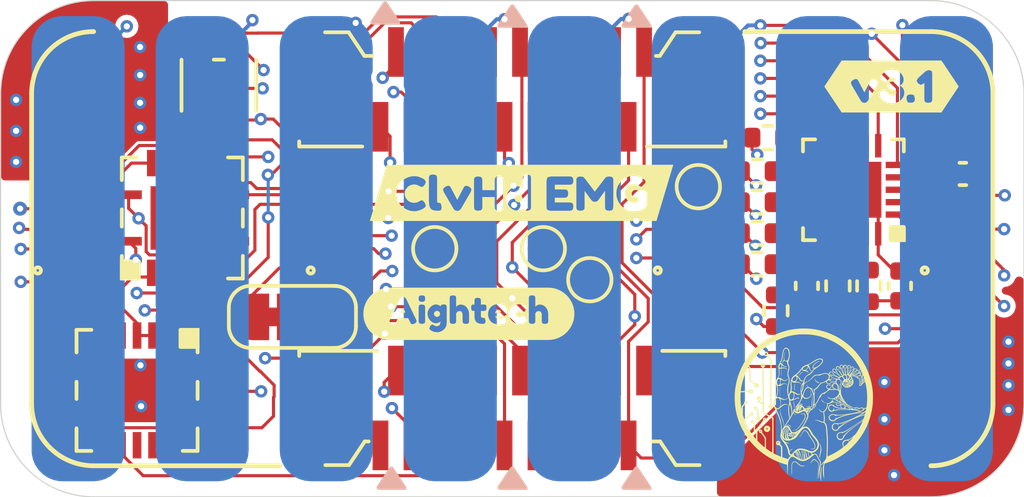
<source format=kicad_pcb>
(kicad_pcb (version 20211014) (generator pcbnew)
  (title_block (title "CleverHand - EMG") (date "2022-10-26") (rev "3.0") (company "Alexis Devillard"))
  (layers (0 "F.Cu" signal "Front") (1 "In1.Cu" signal) (2 "In2.Cu" signal) (31 "B.Cu" signal "Back") (34 "B.Paste" user) (35 "F.Paste" user) (36 "B.SilkS" user "B.Silkscreen") (37 "F.SilkS" user "F.Silkscreen") (38 "B.Mask" user) (39 "F.Mask" user) (44 "Edge.Cuts" user))
  (net 0 "")
  (net 1 "Net-(R1-Pad1)")
  (net 2 "/MCLK")
  (net 3 "Net-(R2-Pad1)")
  (net 4 "/IRQ")
  (net 5 "Net-(R3-Pad1)")
  (net 6 "Net-(R4-Pad1)")
  (net 7 "Net-(R5-Pad1)")
  (net 8 "Net-(C3-Pad1)")
  (net 9 "Net-(D2-Pad3)")
  (net 10 "Net-(R6-Pad1)")
  (net 11 "Net-(R7-Pad1)")
  (net 12 "/SCK")
  (net 13 "/SDI")
  (net 14 "/SDO")
  (net 15 "+3.3VA")
  (net 16 "GNDA")
  (net 17 "/S3")
  (net 18 "/S2")
  (net 19 "/AUX1")
  (net 20 "/AUX2")
  (net 21 "/AUX3")
  (net 29 "/CH0")
  (net 30 "Net-(D1-Pad3)")
  (net 31 "Net-(D3-Pad3)")
  (net 32 "/CH1")
  (net 33 "/CH2")
  (net 34 "/CH3")
  (net 35 "/CH4")
  (net 36 "/CH5")
  (net 37 "/CH6")
  (net 38 "/CH7")
  (net 39 "/cs_adc")
  (net 40 "GND")
  (net 41 "+3.3V")
  (net 42 "/carry1")
  (net 43 "/A2")
  (net 44 "/carry2")
  (net 45 "/A3")
  (net 46 "/S0")
  (net 47 "/A0")
  (net 48 "/S1")
  (net 49 "/carry0")
  (net 50 "/A1")
  (net 51 "Net-(R8-Pad1)")
  (net 52 "/NEO_IN")
  (net 53 "/NEO_OUT")
  (net 54 "/CH_REF")
  (net 55 "Net-(D2-Pad1)")
  (footprint "00_Custom:SN74LVC86ARGYR" (layer "F.Cu") (at 146.86 100.01 90)
    (fp_text reference "U2" hide)
    (fp_text value "SN74LVC86ARGYR" hide)
  )
  (footprint "00_Custom:neopixel_1515" (layer "F.Cu") (at 152 101 90)
    (fp_text reference "D2" hide)
    (fp_text value "1515" hide)
  )
  (footprint "Jumper:SolderJumper-3_P1.3mm_Bridged12_RoundedPad1.0x1.5mm_NumberLabels" (layer "F.Cu") (at 150.41 103.2)
    (fp_text reference "JP1" hide)
    (fp_text value "1-4_neo_bridge" hide)
  )
  (footprint "00_Custom:neopixel_1515" (layer "F.Cu") (at 143.2 101 90)
    (fp_text reference "D1" hide)
    (fp_text value "1515" hide)
  )
  (footprint "TestPoint:TestPoint_Pad_D1.0mm" (layer "F.Cu") (at 155 101)
    (fp_text reference "TP1" hide)
    (fp_text value "TestPoint_Probe")
  )
  (footprint "LOGO" (layer "F.Cu") (at 166.91 105.97)
    (fp_text reference "G***" hide)
    (fp_text value "LOGO" hide)
  )
  (footprint "Capacitor_SMD:C_0402_1005Metric" (layer "F.Cu") (at 172.03 98.59)
    (fp_text reference "C3" hide)
    (fp_text value "10uF" hide)
  )
  (footprint "Capacitor_SMD:C_0402_1005Metric" (layer "F.Cu") (at 167 102.2 90)
    (fp_text reference "C2" hide)
    (fp_text value "100nF" hide)
  )
  (footprint "Resistor_SMD:R_0402_1005Metric" (layer "F.Cu") (at 169 102.2 -90)
    (fp_text reference "R7" hide)
    (fp_text value "10R" hide)
  )
  (footprint "TestPoint:TestPoint_Pad_D1.0mm" (layer "F.Cu") (at 158.5 101)
    (fp_text reference "TP2" hide)
    (fp_text value "TestPoint_Probe")
  )
  (footprint "00_Custom:SN74LVC1G132DCKR" (layer "F.Cu") (at 148.04 95.73 90)
    (fp_text reference "U5" hide)
    (fp_text value "SN74LVC1G132DCKR" hide)
  )
  (footprint "kibuzzard-6360F8A7" (layer "F.Cu") (at 169.73 95.77)
    (fp_text reference "kibuzzard-6360F8A7" hide)
    (fp_text value "G***" hide)
  )
  (footprint "kibuzzard-6360EEA9" (layer "F.Cu") (at 156.1 103.1)
    (fp_text reference "kibuzzard-6360EEA9" hide)
    (fp_text value "G***" hide)
  )
  (footprint "kibuzzard-6360EE7B" (layer "F.Cu") (at 157.8 99.2)
    (fp_text reference "kibuzzard-6360EE7B" hide)
    (fp_text value "G***" hide)
  )
  (footprint "00_Custom:MCP3564RT-E&slash_NC" (layer "F.Cu") (at 168.5 99.1 180)
    (fp_text reference "U1" hide)
    (fp_text value "MCP3564RT-ENC" hide)
  )
  (footprint "00_Custom:XF2J-1824-12A" (layer "F.Cu") (at 161.749999 94.657 180)
    (fp_text reference "J2" hide)
    (fp_text value "COM_OUT" hide)
  )
  (footprint "Capacitor_SMD:C_0402_1005Metric" (layer "F.Cu") (at 170 102.2 -90)
    (fp_text reference "C1" hide)
    (fp_text value "100nF" hide)
  )
  (footprint "Resistor_SMD:R_0402_1005Metric" (layer "F.Cu") (at 165.4 101.5 180)
    (fp_text reference "R2" hide)
    (fp_text value "10R" hide)
  )
  (footprint "Resistor_SMD:R_0402_1005Metric" (layer "F.Cu") (at 166 103 -90)
    (fp_text reference "R1" hide)
    (fp_text value "10R" hide)
  )
  (footprint "00_Custom:SN74ALVC08RGYR" (layer "F.Cu") (at 145.400001 105.569001 -90)
    (fp_text reference "U4" hide)
    (fp_text value "SN74ALVC08RGYR" hide)
  )
  (footprint "Resistor_SMD:R_0402_1005Metric" (layer "F.Cu") (at 165.4 100.5 180)
    (fp_text reference "R3" hide)
    (fp_text value "10R" hide)
  )
  (footprint "00_Custom:neopixel_1515" (layer "F.Cu") (at 163.19 101 90)
    (fp_text reference "D3" hide)
    (fp_text value "1515" hide)
  )
  (footprint "TestPoint:TestPoint_Pad_D1.0mm" (layer "F.Cu") (at 160 102)
    (fp_text reference "TP3" hide)
    (fp_text value "TestPoint_Probe")
  )
  (footprint "TestPoint:TestPoint_Pad_D1.0mm" (layer "F.Cu") (at 163.5 99)
    (fp_text reference "TP4" hide)
    (fp_text value "TestPoint_Probe")
  )
  (footprint "Resistor_SMD:R_0402_1005Metric" (layer "F.Cu") (at 168 102.2 -90)
    (fp_text reference "R8" hide)
    (fp_text value "10R" hide)
  )
  (footprint "Resistor_SMD:R_0402_1005Metric" (layer "F.Cu") (at 165.74 97.42 180)
    (fp_text reference "R6" hide)
    (fp_text value "10R" hide)
  )
  (footprint "00_Custom:XF2J-1824-12A" (layer "F.Cu") (at 153.250001 107.343)
    (fp_text reference "J1" hide)
    (fp_text value "COM_IN" hide)
  )
  (footprint "Resistor_SMD:R_0402_1005Metric" (layer "F.Cu") (at 165.4 98.5 180)
    (fp_text reference "R5" hide)
    (fp_text value "10R" hide)
  )
  (footprint "Resistor_SMD:R_0402_1005Metric" (layer "F.Cu") (at 165.4 99.5 180)
    (fp_text reference "R4" hide)
    (fp_text value "10R" hide)
  )
  (footprint "00_Custom:neopixel_1515" (layer "F.Cu") (at 171.8 101 90)
    (fp_text reference "D4" hide)
    (fp_text value "1515" hide)
  )
  (gr_poly (pts (xy 157.5 108.1) (xy 157.1 108.7) (xy 157.9 108.7)) (layer "B.SilkS") (width 0.1524) (fill solid))
  (gr_poly (pts (xy 157.5 93.2) (xy 157.1 93.8) (xy 157.9 93.8)) (layer "B.SilkS") (width 0.1524) (fill solid))
  (gr_poly (pts (xy 161.5 93.2) (xy 161.1 93.8) (xy 161.9 93.8)) (layer "B.SilkS") (width 0.1524) (fill solid))
  (gr_poly (pts (xy 153.6 108.1) (xy 153.2 108.7) (xy 154 108.7)) (layer "B.SilkS") (width 0.1524) (fill solid))
  (gr_poly (pts (xy 161.5 108.1) (xy 161.1 108.7) (xy 161.9 108.7)) (layer "B.SilkS") (width 0.1524) (fill solid))
  (gr_poly (pts (xy 153.4 93.1) (xy 153 93.7) (xy 153.8 93.7)) (layer "B.SilkS") (width 0.1524) (fill solid))
  (gr_arc (start 144.000006 108) (mid 142.585789 107.414216) (end 142.000006 106) (layer "F.SilkS") (width 0.1524))
  (gr_line (start 150 108) (end 144.000006 108) (layer "F.SilkS") (width 0.1524))
  (gr_arc (start 171 94) (mid 172.414214 94.585786) (end 173 96) (layer "F.SilkS") (width 0.1524))
  (gr_arc (start 173 106) (mid 172.414216 107.414216) (end 171 108) (layer "F.SilkS") (width 0.1524))
  (gr_line (start 171 94) (end 165 94) (layer "F.SilkS") (width 0.1524))
  (gr_line (start 142.000006 106) (end 142 96) (layer "F.SilkS") (width 0.1524))
  (gr_arc (start 142 96) (mid 142.585784 94.585784) (end 144 94) (layer "F.SilkS") (width 0.1524))
  (gr_line (start 173 106) (end 173 96) (layer "F.SilkS") (width 0.1524))
  (gr_arc (start 144 109) (mid 141.87868 108.12132) (end 141 106) (layer "Edge.Cuts") (width 0.0381))
  (gr_line (start 174 96) (end 174 106) (layer "Edge.Cuts") (width 0.0381))
  (gr_line (start 144 93) (end 171 93) (layer "Edge.Cuts") (width 0.0381))
  (gr_arc (start 141 96) (mid 141.87868 93.87868) (end 144 93) (layer "Edge.Cuts") (width 0.0381))
  (gr_line (start 141 106) (end 141 96) (layer "Edge.Cuts") (width 0.0381))
  (gr_arc (start 174 106) (mid 173.12132 108.12132) (end 171 109) (layer "Edge.Cuts") (width 0.0381))
  (gr_arc (start 171 93) (mid 173.12132 93.87868) (end 174 96) (layer "Edge.Cuts") (width 0.0381))
  (gr_line (start 171 109) (end 144 109) (layer "Edge.Cuts") (width 0.0381))
  (segment (start 166.38 102.11) (end 166 102.49) (width 0.1) (layer "F.Cu") (net 1))
  (segment (start 167.699999 100.52) (end 167.422602 100.52) (width 0.1) (layer "F.Cu") (net 1))
  (segment (start 166.38 101.562602) (end 166.38 102.11) (width 0.1) (layer "F.Cu") (net 1))
  (segment (start 167.422602 100.52) (end 166.38 101.562602) (width 0.1) (layer "F.Cu") (net 1))
  (segment (start 165.61 103.51) (end 165.37 103.27) (width 0.1) (layer "F.Cu") (net 2))
  (segment (start 157 102.1) (end 157 100.763062) (width 0.1) (layer "F.Cu") (net 2))
  (segment (start 157.5 102.6) (end 158.75 103.85) (width 0.1) (layer "F.Cu") (net 2))
  (segment (start 158.75 103.85) (end 158.75 104.93) (width 0.1) (layer "F.Cu") (net 2))
  (segment (start 166 103.51) (end 165.61 103.51) (width 0.1) (layer "F.Cu") (net 2))
  (segment (start 157 100.763062) (end 158.75 99.013062) (width 0.1) (layer "F.Cu") (net 2))
  (segment (start 157.5 102.6) (end 157 102.1) (width 0.1) (layer "F.Cu") (net 2))
  (segment (start 158.75 99.013062) (end 158.75 94.657) (width 0.1) (layer "F.Cu") (net 2))
  (via (at 157.5 102.6) (size 0.4) (drill 0.2) (layers "F.Cu" "B.Cu") (net 2))
  (via (at 165.37 103.27) (size 0.4) (drill 0.2) (layers "F.Cu" "B.Cu") (net 2))
  (segment (start 165.91 101.5) (end 167.08 100.33) (width 0.1) (layer "F.Cu") (net 3))
  (segment (start 167.08 100.33) (end 167.08 99.900001) (width 0.1) (layer "F.Cu") (net 3))
  (segment (start 157.5 100.8) (end 159.249999 99.050001) (width 0.1) (layer "F.Cu") (net 4))
  (segment (start 159.249999 99.050001) (end 159.249999 97.07) (width 0.1) (layer "F.Cu") (net 4))
  (segment (start 165.37 101.97) (end 164.9 101.5) (width 0.1) (layer "F.Cu") (net 4))
  (segment (start 157.5 101.6) (end 159.249999 103.349999) (width 0.1) (layer "F.Cu") (net 4))
  (segment (start 159.249999 103.349999) (end 159.249999 107.343) (width 0.1) (layer "F.Cu") (net 4))
  (segment (start 157.5 101.6) (end 157.5 100.8) (width 0.1) (layer "F.Cu") (net 4))
  (segment (start 164.9 101.5) (end 164.89 101.5) (width 0.1) (layer "F.Cu") (net 4))
  (via (at 157.5 101.6) (size 0.4) (drill 0.2) (layers "F.Cu" "B.Cu") (net 4))
  (via (at 165.37 101.97) (size 0.4) (drill 0.2) (layers "F.Cu" "B.Cu") (net 4))
  (segment (start 166.510901 99.899099) (end 166.510901 99.607501) (width 0.1) (layer "F.Cu") (net 5))
  (segment (start 166.618403 99.499999) (end 167.08 99.499999) (width 0.1) (layer "F.Cu") (net 5))
  (segment (start 166.510901 99.607501) (end 166.618403 99.499999) (width 0.1) (layer "F.Cu") (net 5))
  (segment (start 165.91 100.5) (end 166.510901 99.899099) (width 0.1) (layer "F.Cu") (net 5))
  (segment (start 165.91 99.5) (end 166.23 99.5) (width 0.1) (layer "F.Cu") (net 6))
  (segment (start 166.23 99.5) (end 166.63 99.1) (width 0.1) (layer "F.Cu") (net 6))
  (segment (start 166.63 99.1) (end 167.08 99.1) (width 0.1) (layer "F.Cu") (net 6))
  (segment (start 166.370001 98.700001) (end 167.08 98.700001) (width 0.1) (layer "F.Cu") (net 7))
  (segment (start 165.91 98.5) (end 166.17 98.5) (width 0.1) (layer "F.Cu") (net 7))
  (segment (start 166.17 98.5) (end 166.370001 98.700001) (width 0.1) (layer "F.Cu") (net 7))
  (segment (start 169.92 99.499999) (end 170.640001 99.499999) (width 0.1) (layer "F.Cu") (net 8))
  (segment (start 170.640001 99.499999) (end 171.55 98.59) (width 0.1) (layer "F.Cu") (net 8))
  (segment (start 161.5 101.3) (end 162.391999 101.3) (width 0.1) (layer "F.Cu") (net 9))
  (segment (start 153.61 100.58) (end 152.678001 100.58) (width 0.1) (layer "F.Cu") (net 9))
  (segment (start 162.391999 101.3) (end 162.715 101.623001) (width 0.1) (layer "F.Cu") (net 9))
  (segment (start 152.678001 100.58) (end 152.475 100.376999) (width 0.1) (layer "F.Cu") (net 9))
  (via (at 153.61 100.58) (size 0.4) (drill 0.2) (layers "F.Cu" "B.Cu") (net 9))
  (via (at 161.5 101.3) (size 0.4) (drill 0.2) (layers "F.Cu" "B.Cu") (net 9))
  (segment (start 167.08 98.299999) (end 166.25 97.469999) (width 0.1) (layer "F.Cu") (net 10))
  (segment (start 166.25 97.469999) (end 166.25 97.42) (width 0.1) (layer "F.Cu") (net 10))
  (segment (start 168.899999 101.589999) (end 169 101.69) (width 0.1) (layer "F.Cu") (net 11))
  (segment (start 168.899999 100.52) (end 168.899999 101.589999) (width 0.1) (layer "F.Cu") (net 11))
  (segment (start 157.25 98.1) (end 157.25 97.07) (width 0.1) (layer "F.Cu") (net 12))
  (segment (start 157.250001 104.068902) (end 157.250001 107.343) (width 0.1) (layer "F.Cu") (net 12))
  (segment (start 157.39 98.24) (end 157.25 98.1) (width 0.1) (layer "F.Cu") (net 12))
  (segment (start 157.39 98.24) (end 156.1 99.53) (width 0.1) (layer "F.Cu") (net 12))
  (segment (start 165.36 98.96) (end 164.9 98.5) (width 0.1) (layer "F.Cu") (net 12))
  (segment (start 156.1 99.53) (end 156.1 102.918901) (width 0.1) (layer "F.Cu") (net 12))
  (segment (start 156.1 102.918901) (end 157.250001 104.068902) (width 0.1) (layer "F.Cu") (net 12))
  (segment (start 164.9 98.5) (end 164.89 98.5) (width 0.1) (layer "F.Cu") (net 12))
  (via (at 157.39 98.24) (size 0.4) (drill 0.2) (layers "F.Cu" "B.Cu") (net 12))
  (via (at 165.36 98.96) (size 0.4) (drill 0.2) (layers "F.Cu" "B.Cu") (net 12))
  (segment (start 157.81 94.717001) (end 157.749999 94.657) (width 0.1) (layer "F.Cu") (net 13))
  (segment (start 164.91 99.5) (end 164.89 99.5) (width 0.1) (layer "F.Cu") (net 13))
  (segment (start 157.54 98.97) (end 156.4 100.11) (width 0.1) (layer "F.Cu") (net 13))
  (segment (start 157.54 98.97) (end 157.81 98.7) (width 0.1) (layer "F.Cu") (net 13))
  (segment (start 157.75 104.262017) (end 157.75 104.93) (width 0.1) (layer "F.Cu") (net 13))
  (segment (start 157.81 98.7) (end 157.81 94.717001) (width 0.1) (layer "F.Cu") (net 13))
  (segment (start 165.35 99.94) (end 164.91 99.5) (width 0.1) (layer "F.Cu") (net 13))
  (segment (start 156.4 100.11) (end 156.4 102.912017) (width 0.1) (layer "F.Cu") (net 13))
  (segment (start 156.4 102.912017) (end 157.75 104.262017) (width 0.1) (layer "F.Cu") (net 13))
  (via (at 165.35 99.94) (size 0.4) (drill 0.2) (layers "F.Cu" "B.Cu") (net 13))
  (via (at 157.54 98.97) (size 0.4) (drill 0.2) (layers "F.Cu" "B.Cu") (net 13))
  (segment (start 157.56 99.59) (end 158.249999 98.900001) (width 0.1) (layer "F.Cu") (net 14))
  (segment (start 158.249999 97.070002) (end 158.250001 97.07) (width 0.1) (layer "F.Cu") (net 14))
  (segment (start 156.7 100.45) (end 156.7 102.573062) (width 0.1) (layer "F.Cu") (net 14))
  (segment (start 158.249999 104.109999) (end 158.249999 107.343) (width 0.1) (layer "F.Cu") (net 14))
  (segment (start 157.3435 103.2035) (end 158.249999 104.109999) (width 0.1) (layer "F.Cu") (net 14))
  (segment (start 156.7 102.573062) (end 157.330438 103.2035) (width 0.1) (layer "F.Cu") (net 14))
  (segment (start 158.249999 98.900001) (end 158.249999 97.070002) (width 0.1) (layer "F.Cu") (net 14))
  (segment (start 165.34 100.91) (end 164.93 100.5) (width 0.1) (layer "F.Cu") (net 14))
  (segment (start 164.93 100.5) (end 164.89 100.5) (width 0.1) (layer "F.Cu") (net 14))
  (segment (start 157.330438 103.2035) (end 157.3435 103.2035) (width 0.1) (layer "F.Cu") (net 14))
  (segment (start 157.56 99.59) (end 156.7 100.45) (width 0.1) (layer "F.Cu") (net 14))
  (via (at 165.34 100.91) (size 0.4) (drill 0.2) (layers "F.Cu" "B.Cu") (net 14))
  (via (at 157.56 99.59) (size 0.4) (drill 0.2) (layers "F.Cu" "B.Cu") (net 14))
  (segment (start 162.17 104.93) (end 162.5521 104.5479) (width 0.1) (layer "F.Cu") (net 15))
  (segment (start 169.03 102.68) (end 169 102.71) (width 0.1) (layer "F.Cu") (net 15))
  (segment (start 162.27 102.683062) (end 161.04 101.453062) (width 0.1) (layer "F.Cu") (net 15))
  (segment (start 170 102.68) (end 169.03 102.68) (width 0.1) (layer "F.Cu") (net 15))
  (segment (start 161.749999 104.93) (end 162.17 104.93) (width 0.1) (layer "F.Cu") (net 15))
  (segment (start 162.27 104.409999) (end 162.27 102.683062) (width 0.1) (layer "F.Cu") (net 15))
  (segment (start 162.5521 104.5479) (end 164.2479 104.5479) (width 0.1) (layer "F.Cu") (net 15))
  (segment (start 161.749999 98.850001) (end 161.749999 94.657) (width 0.1) (layer "F.Cu") (net 15))
  (segment (start 166.91 104.8) (end 169 102.71) (width 0.1) (layer "F.Cu") (net 15))
  (segment (start 161.749999 104.93) (end 162.27 104.409999) (width 0.1) (layer "F.Cu") (net 15))
  (segment (start 164.2479 104.5479) (end 164.5 104.8) (width 0.1) (layer "F.Cu") (net 15))
  (segment (start 161.04 101.453062) (end 161.04 99.56) (width 0.1) (layer "F.Cu") (net 15))
  (segment (start 164.5 104.8) (end 166.91 104.8) (width 0.1) (layer "F.Cu") (net 15))
  (segment (start 161.04 99.56) (end 161.749999 98.850001) (width 0.1) (layer "F.Cu") (net 15))
  (segment (start 160.823 99.227) (end 161.25 98.8) (width 0.1) (layer "F.Cu") (net 16))
  (segment (start 164.353358 107.7505) (end 161.6575 107.7505) (width 0.1) (layer "F.Cu") (net 16))
  (segment (start 170.92 99.92598) (end 170.92 103.05) (width 0.1) (layer "F.Cu") (net 16))
  (segment (start 161.25 98.8) (end 161.25 97.07) (width 0.1) (layer "F.Cu") (net 16))
  (segment (start 160.823 101.542946) (end 160.823 99.227) (width 0.1) (layer "F.Cu") (net 16))
  (segment (start 169.300001 101.200001) (end 169.82 101.72) (width 0.1) (layer "F.Cu") (net 16))
  (segment (start 161.8835 103.359562) (end 161.8835 102.603446) (width 0.1) (layer "F.Cu") (net 16))
  (segment (start 170 101.72) (end 170.54 102.26) (width 0.1) (layer "F.Cu") (net 16))
  (segment (start 169.82 101.72) (end 170 101.72) (width 0.1) (layer "F.Cu") (net 16))
  (segment (start 170.271572 103.1335) (end 168.970358 103.1335) (width 0.1) (layer "F.Cu") (net 16))
  (segment (start 169.300001 99.900001) (end 168.5 99.1) (width 0.1) (layer "F.Cu") (net 16))
  (segment (start 172.51 98.59) (end 171.71 99.39) (width 0.1) (layer "F.Cu") (net 16))
  (segment (start 170.54 102.26) (end 170.54 102.865072) (width 0.1) (layer "F.Cu") (net 16))
  (segment (start 161.25 103.993062) (end 161.8835 103.359562) (width 0.1) (layer "F.Cu") (net 16))
  (segment (start 169.93 104.04) (end 168.08 104.04) (width 0.1) (layer "F.Cu") (net 16))
  (segment (start 161.25 107.343) (end 161.25 103.993062) (width 0.1) (layer "F.Cu") (net 16))
  (segment (start 171.71 99.39) (end 171.45598 99.39) (width 0.1) (layer "F.Cu") (net 16))
  (segment (start 170.54 102.865072) (end 170.271572 103.1335) (width 0.1) (layer "F.Cu") (net 16))
  (segment (start 170.92 103.05) (end 169.93 104.04) (width 0.1) (layer "F.Cu") (net 16))
  (segment (start 161.6575 107.7505) (end 161.25 107.343) (width 0.1) (layer "F.Cu") (net 16))
  (segment (start 169.300001 100.52) (end 169.300001 101.200001) (width 0.1) (layer "F.Cu") (net 16))
  (segment (start 168.970358 103.1335) (end 164.353358 107.7505) (width 0.1) (layer "F.Cu") (net 16))
  (segment (start 161.8835 102.603446) (end 160.823 101.542946) (width 0.1) (layer "F.Cu") (net 16))
  (segment (start 169.300001 100.52) (end 169.300001 99.900001) (width 0.1) (layer "F.Cu") (net 16))
  (segment (start 171.45598 99.39) (end 170.92 99.92598) (width 0.1) (layer "F.Cu") (net 16))
  (segment (start 153.3831 93.7169) (end 152.65 94.45) (width 0.1) (layer "F.Cu") (net 17))
  (segment (start 154.2369 93.7169) (end 153.3831 93.7169) (width 0.1) (layer "F.Cu") (net 17))
  (segment (start 154.75 94.657) (end 154.75 94.23) (width 0.1) (layer "F.Cu") (net 17))
  (segment (start 152.65 94.45) (end 152.65 97.1835) (width 0.1) (layer "F.Cu") (net 17))
  (segment (start 152.65 97.1835) (end 150.573501 99.259999) (width 0.1) (layer "F.Cu") (net 17))
  (segment (start 150.573501 99.259999) (end 148.591 99.259999) (width 0.1) (layer "F.Cu") (net 17))
  (segment (start 154.75 94.23) (end 154.2369 93.7169) (width 0.1) (layer "F.Cu") (net 17))
  (segment (start 152.62397 94.14) (end 152.27603 94.14) (width 0.1) (layer "F.Cu") (net 18))
  (segment (start 149.29777 94.0462) (end 149.29397 94.05) (width 0.1) (layer "F.Cu") (net 18))
  (segment (start 155.249999 97.07) (end 155.249999 93.721899) (width 0.1) (layer "F.Cu") (net 18))
  (segment (start 146.71 94.49) (end 146.71 98.090999) (width 0.1) (layer "F.Cu") (net 18))
  (segment (start 152.27603 94.14) (end 152.18223 94.0462) (width 0.1) (layer "F.Cu") (net 18))
  (segment (start 152.18223 94.0462) (end 149.29777 94.0462) (width 0.1) (layer "F.Cu") (net 18))
  (segment (start 153.23707 93.5269) (end 152.62397 94.14) (width 0.1) (layer "F.Cu") (net 18))
  (segment (start 155.249999 93.721899) (end 155.055 93.5269) (width 0.1) (layer "F.Cu") (net 18))
  (segment (start 146.71 98.090999) (end 146.86 98.240999) (width 0.1) (layer "F.Cu") (net 18))
  (segment (start 148.94223 94.0462) (end 147.1538 94.0462) (width 0.1) (layer "F.Cu") (net 18))
  (segment (start 148.94603 94.05) (end 148.94223 94.0462) (width 0.1) (layer "F.Cu") (net 18))
  (segment (start 155.055 93.5269) (end 153.23707 93.5269) (width 0.1) (layer "F.Cu") (net 18))
  (segment (start 147.1538 94.0462) (end 146.71 94.49) (width 0.1) (layer "F.Cu") (net 18))
  (segment (start 149.29397 94.05) (end 148.94603 94.05) (width 0.1) (layer "F.Cu") (net 18))
  (segment (start 155 102.2) (end 155 101) (width 0.1) (layer "F.Cu") (net 19))
  (segment (start 156.6575 94.749501) (end 156.750001 94.657) (width 0.1) (layer "F.Cu") (net 19))
  (segment (start 155 101) (end 155 100.2) (width 0.1) (layer "F.Cu") (net 19))
  (segment (start 156.749999 104.93) (end 156.749999 103.949999) (width 0.1) (layer "F.Cu") (net 19))
  (segment (start 156.6575 98.5425) (end 156.6575 94.749501) (width 0.1) (layer "F.Cu") (net 19))
  (segment (start 155 100.2) (end 156.6575 98.5425) (width 0.1) (layer "F.Cu") (net 19))
  (segment (start 156.749999 103.949999) (end 155 102.2) (width 0.1) (layer "F.Cu") (net 19))
  (segment (start 158.5 101) (end 158.5 100.5) (width 0.1) (layer "F.Cu") (net 20))
  (segment (start 159.750001 104.93) (end 159.750001 103.050001) (width 0.1) (layer "F.Cu") (net 20))
  (segment (start 158.5 101.8) (end 158.5 101) (width 0.1) (layer "F.Cu") (net 20))
  (segment (start 159.750001 103.050001) (end 158.5 101.8) (width 0.1) (layer "F.Cu") (net 20))
  (segment (start 159.75 99.25) (end 159.75 94.657) (width 0.1) (layer "F.Cu") (net 20))
  (segment (start 158.5 100.5) (end 159.75 99.25) (width 0.1) (layer "F.Cu") (net 20))
  (segment (start 160 100.099998) (end 160.249999 99.849999) (width 0.1) (layer "F.Cu") (net 21))
  (segment (start 160 102) (end 160 100.099998) (width 0.1) (layer "F.Cu") (net 21))
  (segment (start 160.25 102.25) (end 160 102) (width 0.1) (layer "F.Cu") (net 21))
  (segment (start 160.249999 99.849999) (end 160.249999 97.07) (width 0.1) (layer "F.Cu") (net 21))
  (segment (start 160.25 107.343) (end 160.25 102.25) (width 0.1) (layer "F.Cu") (net 21))
  (segment (start 171 98.6) (end 170.5 99.1) (width 0.1) (layer "F.Cu") (net 29))
  (segment (start 170.5 99.1) (end 169.92 99.1) (width 0.1) (layer "F.Cu") (net 29))
  (segment (start 170.08 93.79) (end 170.08 94.28) (width 0.1) (layer "F.Cu") (net 29))
  (segment (start 171 95.2) (end 171 98.6) (width 0.1) (layer "F.Cu") (net 29))
  (segment (start 170.08 94.28) (end 171 95.2) (width 0.1) (layer "F.Cu") (net 29))
  (via (at 170.08 93.79) (size 0.4) (drill 0.2) (layers "F.Cu" "B.Cu") (net 29))
  (segment (start 170.08 93.79) (end 170.4 94.11) (width 0.127) (layer "B.Cu") (net 29))
  (segment (start 150.13 104.53) (end 150.41 104.25) (width 0.1) (layer "F.Cu") (net 30))
  (segment (start 143.041999 101.01) (end 143.675 100.376999) (width 0.1) (layer "F.Cu") (net 30))
  (segment (start 141.65 101.01) (end 143.041999 101.01) (width 0.1) (layer "F.Cu") (net 30))
  (segment (start 150.41 104.25) (end 150.41 103.2) (width 0.1) (layer "F.Cu") (net 30))
  (segment (start 149.53 104.53) (end 150.13 104.53) (width 0.1) (layer "F.Cu") (net 30))
  (via (at 141.65 101.01) (size 0.4) (drill 0.2) (layers "F.Cu" "B.Cu") (net 30))
  (via (at 149.53 104.53) (size 0.4) (drill 0.2) (layers "F.Cu" "B.Cu") (net 30))
  (segment (start 173.36 101.690202) (end 172.669798 101) (width 0.1) (layer "F.Cu") (net 31))
  (segment (start 173.36 101.86) (end 173.36 101.690202) (width 0.1) (layer "F.Cu") (net 31))
  (segment (start 163.665 100.376999) (end 163.0932 99.805199) (width 0.1) (layer "F.Cu") (net 31))
  (segment (start 172.669798 101) (end 171.948001 101) (width 0.1) (layer "F.Cu") (net 31))
  (segment (start 171.948001 101) (end 171.325 101.623001) (width 0.1) (layer "F.Cu") (net 31))
  (segment (start 161.794801 99.805199) (end 161.5 100.1) (width 0.1) (layer "F.Cu") (net 31))
  (segment (start 163.0932 99.805199) (end 161.794801 99.805199) (width 0.1) (layer "F.Cu") (net 31))
  (via (at 161.5 100.1) (size 0.4) (drill 0.2) (layers "F.Cu" "B.Cu") (net 31))
  (via (at 173.36 101.86) (size 0.4) (drill 0.2) (layers "F.Cu" "B.Cu") (net 31))
  (segment (start 170.6 95.58) (end 170.6 98.5256) (width 0.1) (layer "F.Cu") (net 32))
  (segment (start 169.09 94.07) (end 170.6 95.58) (width 0.1) (layer "F.Cu") (net 32))
  (segment (start 170.425599 98.700001) (end 169.92 98.700001) (width 0.1) (layer "F.Cu") (net 32))
  (segment (start 170.6 98.5256) (end 170.425599 98.700001) (width 0.1) (layer "F.Cu") (net 32))
  (via (at 169.09 94.07) (size 0.4) (drill 0.2) (layers "F.Cu" "B.Cu") (net 32))
  (segment (start 168.86 94.3) (end 168.7 94.3) (width 0.127) (layer "B.Cu") (net 32))
  (segment (start 169.09 94.07) (end 168.86 94.3) (width 0.127) (layer "B.Cu") (net 32))
  (segment (start 169.92 98.299999) (end 169.92 95.82) (width 0.1) (layer "F.Cu") (net 33))
  (segment (start 167.9 93.8) (end 165.5 93.8) (width 0.1) (layer "F.Cu") (net 33))
  (segment (start 169.7 95.6) (end 167.9 93.8) (width 0.1) (layer "F.Cu") (net 33))
  (segment (start 169.92 95.82) (end 169.7 95.6) (width 0.1) (layer "F.Cu") (net 33))
  (via (at 165.5 93.8) (size 0.4) (drill 0.2) (layers "F.Cu" "B.Cu") (net 33))
  (segment (start 165.1 93.8) (end 164.5 94.4) (width 0.127) (layer "B.Cu") (net 33))
  (segment (start 165.5 93.8) (end 165.1 93.8) (width 0.127) (layer "B.Cu") (net 33))
  (segment (start 167.57 94.37) (end 169.300001 96.100001) (width 0.1) (layer "F.Cu") (net 34))
  (segment (start 169.300001 96.100001) (end 169.300001 97.68) (width 0.1) (layer "F.Cu") (net 34))
  (segment (start 165.51 94.37) (end 167.57 94.37) (width 0.1) (layer "F.Cu") (net 34))
  (via (at 165.51 94.37) (size 0.4) (drill 0.2) (layers "F.Cu" "B.Cu") (net 34))
  (via (at 161.25 93.59) (size 0.4) (drill 0.2) (layers "F.Cu" "B.Cu") (net 34))
  (segment (start 161.01 93.59) (end 160.45 94.15) (width 0.127) (layer "B.Cu") (net 34))
  (segment (start 161.25 93.59) (end 161.01 93.59) (width 0.127) (layer "B.Cu") (net 34))
  (segment (start 165.5 94.94) (end 167.34 94.94) (width 0.1) (layer "F.Cu") (net 35))
  (segment (start 168.899999 96.499999) (end 168.899999 97.68) (width 0.1) (layer "F.Cu") (net 35))
  (segment (start 167.34 94.94) (end 168.899999 96.499999) (width 0.1) (layer "F.Cu") (net 35))
  (via (at 157.25 93.6) (size 0.4) (drill 0.2) (layers "F.Cu" "B.Cu") (net 35))
  (via (at 165.5 94.94) (size 0.4) (drill 0.2) (layers "F.Cu" "B.Cu") (net 35))
  (segment (start 157.25 93.6) (end 157 93.6) (width 0.127) (layer "B.Cu") (net 35))
  (segment (start 157 93.6) (end 156.4 94.2) (width 0.127) (layer "B.Cu") (net 35))
  (segment (start 165.5 95.51) (end 167.11 95.51) (width 0.1) (layer "F.Cu") (net 36))
  (segment (start 168.5 96.9) (end 168.5 97.68) (width 0.1) (layer "F.Cu") (net 36))
  (segment (start 167.11 95.51) (end 168.5 96.9) (width 0.1) (layer "F.Cu") (net 36))
  (via (at 165.5 95.51) (size 0.4) (drill 0.2) (layers "F.Cu" "B.Cu") (net 36))
  (via (at 152.45 93.72) (size 0.4) (drill 0.2) (layers "F.Cu" "B.Cu") (net 36))
  (segment (start 152.45 93.97) (end 152.39 94.03) (width 0.127) (layer "B.Cu") (net 36))
  (segment (start 152.45 93.72) (end 152.45 93.97) (width 0.127) (layer "B.Cu") (net 36))
  (segment (start 165.5 96.08) (end 166.98 96.08) (width 0.1) (layer "F.Cu") (net 37))
  (segment (start 166.98 96.08) (end 168.100001 97.200001) (width 0.1) (layer "F.Cu") (net 37))
  (segment (start 168.100001 97.200001) (end 168.100001 97.68) (width 0.1) (layer "F.Cu") (net 37))
  (via (at 149.12 93.63) (size 0.4) (drill 0.2) (layers "F.Cu" "B.Cu") (net 37))
  (via (at 165.5 96.08) (size 0.4) (drill 0.2) (layers "F.Cu" "B.Cu") (net 37))
  (segment (start 149.12 93.68) (end 148.4 94.4) (width 0.127) (layer "B.Cu") (net 37))
  (segment (start 149.12 93.63) (end 149.12 93.68) (width 0.127) (layer "B.Cu") (net 37))
  (segment (start 165.5 96.65) (end 166.85 96.65) (width 0.1) (layer "F.Cu") (net 38))
  (segment (start 167.699999 97.499999) (end 167.699999 97.68) (width 0.1) (layer "F.Cu") (net 38))
  (segment (start 166.85 96.65) (end 167.699999 97.499999) (width 0.1) (layer "F.Cu") (net 38))
  (via (at 145.07 93.83) (size 0.4) (drill 0.2) (layers "F.Cu" "B.Cu") (net 38))
  (via (at 165.5 96.65) (size 0.4) (drill 0.2) (layers "F.Cu" "B.Cu") (net 38))
  (segment (start 145.07 93.83) (end 144.6 94.3) (width 0.127) (layer "B.Cu") (net 38))
  (segment (start 165.08 97.42) (end 165.23 97.42) (width 0.1) (layer "F.Cu") (net 39))
  (segment (start 163.5 99) (end 165.08 97.42) (width 0.1) (layer "F.Cu") (net 39))
  (segment (start 165.23 97.42) (end 165.23 97.8) (width 0.1) (layer "F.Cu") (net 39))
  (segment (start 149.48 95.24) (end 148.848849 94.608849) (width 0.1) (layer "F.Cu") (net 39))
  (segment (start 165.23 97.8) (end 165.4 97.97) (width 0.1) (layer "F.Cu") (net 39))
  (segment (start 148.848849 94.608849) (end 148.689999 94.608849) (width 0.1) (layer "F.Cu") (net 39))
  (via (at 165.4 97.97) (size 0.4) (drill 0.2) (layers "F.Cu" "B.Cu") (net 39))
  (via (at 149.48 95.24) (size 0.4) (drill 0.2) (layers "F.Cu" "B.Cu") (net 39))
  (segment (start 167.52 101.2) (end 167 101.72) (width 0.1) (layer "F.Cu") (net 40))
  (segment (start 145.400001 104.869999) (end 145.400001 105.569001) (width 0.1) (layer "F.Cu") (net 40))
  (segment (start 166.51 102.28) (end 166.51 102.74) (width 0.1) (layer "F.Cu") (net 40))
  (segment (start 168.100001 101.025599) (end 167.9256 101.2) (width 0.1) (layer "F.Cu") (net 40))
  (segment (start 167.9256 101.2) (end 167.52 101.2) (width 0.1) (layer "F.Cu") (net 40))
  (segment (start 153.5 100.01) (end 153.295199 99.805199) (width 0.1) (layer "F.Cu") (net 40))
  (segment (start 141.644999 100.376999) (end 142.725 100.376999) (width 0.1) (layer "F.Cu") (net 40))
  (segment (start 161.5 100.7) (end 161.823001 100.376999) (width 0.1) (layer "F.Cu") (net 40))
  (segment (start 145.51 104.76) (end 145.400001 104.869999) (width 0.1) (layer "F.Cu") (net 40))
  (segment (start 173.38 99.28) (end 172.421999 99.28) (width 0.1) (layer "F.Cu") (net 40))
  (segment (start 147.849501 98.87) (end 146.7 100.019501) (width 0.1) (layer "F.Cu") (net 40))
  (segment (start 166.35 102.9) (end 165.581091 102.9) (width 0.1) (layer "F.Cu") (net 40))
  (segment (start 163.348001 101.01) (end 162.715 100.376999) (width 0.1) (layer "F.Cu") (net 40))
  (segment (start 153.295199 99.805199) (end 152.0968 99.805199) (width 0.1) (layer "F.Cu") (net 40))
  (segment (start 143.669001 104.819) (end 144.65 104.819) (width 0.1) (layer "F.Cu") (net 40))
  (segment (start 164.017799 101.01) (end 163.348001 101.01) (width 0.1) (layer "F.Cu") (net 40))
  (segment (start 161.823001 100.376999) (end 162.715 100.376999) (width 0.1) (layer "F.Cu") (net 40))
  (segment (start 149.26 99.06) (end 149.07 98.87) (width 0.1) (layer "F.Cu") (net 40))
  (segment (start 149.39 96.82) (end 149.79 96.82) (width 0.1) (layer "F.Cu") (net 40))
  (segment (start 150.34 97.37) (end 150.34 98.74) (width 0.1) (layer "F.Cu") (net 40))
  (segment (start 149.79 96.82) (end 150.34 97.37) (width 0.1) (layer "F.Cu") (net 40))
  (segment (start 165.581091 102.9) (end 164.21 101.528909) (width 0.1) (layer "F.Cu") (net 40))
  (segment (start 164.21 101.528909) (end 164.21 101.202201) (width 0.1) (layer "F.Cu") (net 40))
  (segment (start 167 101.79) (end 166.51 102.28) (width 0.1) (layer "F.Cu") (net 40))
  (segment (start 145.53 106.08) (end 145.400001 105.950001) (width 0.1) (layer "F.Cu") (net 40))
  (segment (start 147.4405 100.760001) (end 148.591 100.760001) (width 0.1) (layer "F.Cu") (net 40))
  (segment (start 149.358849 96.851151) (end 149.39 96.82) (width 0.1) (layer "F.Cu") (net 40))
  (segment (start 164.21 101.202201) (end 164.017799 101.01) (width 0.1) (layer "F.Cu") (net 40))
  (segment (start 150.02 99.06) (end 149.26 99.06) (width 0.1) (layer "F.Cu") (net 40))
  (segment (start 144.65 104.819) (end 145.400001 105.569001) (width 0.1) (layer "F.Cu") (net 40))
  (segment (start 145.400001 105.950001) (end 145.400001 105.569001) (width 0.1) (layer "F.Cu") (net 40))
  (segment (start 150.34 98.74) (end 150.02 99.06) (width 0.1) (layer "F.Cu") (net 40))
  (segment (start 149.07 98.87) (end 147.849501 98.87) (width 0.1) (layer "F.Cu") (net 40))
  (segment (start 153.37 105.31) (end 153.75 104.93) (width 0.1) (layer "F.Cu") (net 40))
  (segment (start 152.0968 99.805199) (end 151.525 100.376999) (width 0.1) (layer "F.Cu") (net 40))
  (segment (start 148.689999 96.851151) (end 149.358849 96.851151) (width 0.1) (layer "F.Cu") (net 40))
  (segment (start 153.32 95.49) (end 153.75 95.06) (width 0.1) (layer "F.Cu") (net 40))
  (segment (start 141.598 100.33) (end 141.644999 100.376999) (width 0.1) (layer "F.Cu") (net 40))
  (segment (start 153.37 105.61) (end 153.37 105.31) (width 0.1) (layer "F.Cu") (net 40))
  (segment (start 153.75 95.06) (end 153.75 94.657) (width 0.1) (layer "F.Cu") (net 40))
  (segment (start 166.51 102.74) (end 166.35 102.9) (width 0.1) (layer "F.Cu") (net 40))
  (segment (start 168.100001 100.52) (end 168.100001 101.025599) (width 0.1) (layer "F.Cu") (net 40))
  (segment (start 167 101.72) (end 167 101.79) (width 0.1) (layer "F.Cu") (net 40))
  (segment (start 172.421999 99.28) (end 171.325 100.376999) (width 0.1) (layer "F.Cu") (net 40))
  (segment (start 146.7 100.019501) (end 147.4405 100.760001) (width 0.1) (layer "F.Cu") (net 40))
  (via (at 141.5 96.2) (size 0.4) (drill 0.2) (layers "F.Cu" "B.Cu") (net 40))
  (via (at 153.5 100.01) (size 0.4) (drill 0.2) (layers "F.Cu" "B.Cu") (net 40))
  (via (at 145.5 97.1) (size 0.4) (drill 0.2) (layers "F.Cu" "B.Cu") (net 40))
  (via (at 169.5 105.3) (size 0.4) (drill 0.2) (layers "F.Cu" "B.Cu") (net 40))
  (via (at 145.497692 94.498196) (size 0.4) (drill 0.2) (layers "F.Cu" "B.Cu") (net 40))
  (via (at 169.5 106.5) (size 0.4) (drill 0.2) (layers "F.Cu" "B.Cu") (net 40))
  (via (at 141.598 100.33) (size 0.4) (drill 0.2) (layers "F.Cu" "B.Cu") (net 40))
  (via (at 153.37 105.61) (size 0.4) (drill 0.2) (layers "F.Cu" "B.Cu") (net 40))
  (via (at 141.5 98.2) (size 0.4) (drill 0.2) (layers "F.Cu" "B.Cu") (net 40))
  (via (at 169.81 108.3) (size 0.4) (drill 0.2) (layers "F.Cu" "B.Cu") (net 40))
  (via (at 161.5 100.7) (size 0.4) (drill 0.2) (layers "F.Cu" "B.Cu") (net 40))
  (via (at 141.5 97.2) (size 0.4) (drill 0.2) (layers "F.Cu" "B.Cu") (net 40))
  (via (at 169.5 107.5) (size 0.4) (drill 0.2) (layers "F.Cu" "B.Cu") (net 40))
  (via (at 149.39 96.82) (size 0.4) (drill 0.2) (layers "F.Cu" "B.Cu") (net 40))
  (via (at 173.5 104) (size 0.4) (drill 0.2) (layers "F.Cu" "B.Cu") (net 40))
  (via (at 173.5 106.2) (size 0.4) (drill 0.2) (layers "F.Cu" "B.Cu") (net 40))
  (via (at 145.51 104.76) (size 0.4) (drill 0.2) (layers "F.Cu" "B.Cu") (net 40))
  (via (at 145.5 95.4) (size 0.4) (drill 0.2) (layers "F.Cu" "B.Cu") (net 40))
  (via (at 173.38 99.28) (size 0.4) (drill 0.2) (layers "F.Cu" "B.Cu") (net 40))
  (via (at 145.497692 96.296532) (size 0.4) (drill 0.2) (layers "F.Cu" "B.Cu") (net 40))
  (via (at 145.53 106.08) (size 0.4) (drill 0.2) (layers "F.Cu" "B.Cu") (net 40))
  (via (at 173.5 104.7) (size 0.4) (drill 0.2) (layers "F.Cu" "B.Cu") (net 40))
  (via (at 153.32 95.49) (size 0.4) (drill 0.2) (layers "F.Cu" "B.Cu") (net 40))
  (via (at 173.5 105.4) (size 0.4) (drill 0.2) (layers "F.Cu" "B.Cu") (net 40))
  (segment (start 153.39 103.74) (end 152.83 104.3) (width 0.1) (layer "F.Cu") (net 41))
  (segment (start 145.8 101.2) (end 147.125895 101.2) (width 0.1) (layer "F.Cu") (net 41))
  (segment (start 152.83 104.3) (end 152.83 106.922999) (width 0.1) (layer "F.Cu") (net 41))
  (segment (start 145.693942 101.093942) (end 145.8 101.2) (width 0.1) (layer "F.Cu") (net 41))
  (segment (start 153.39 103.74) (end 152.475 102.825) (width 0.1) (layer "F.Cu") (net 41))
  (segment (start 144.12 101.178001) (end 143.675 101.623001) (width 0.1) (layer "F.Cu") (net 41))
  (segment (start 148.611152 95.83) (end 149.45 95.83) (width 0.1) (layer "F.Cu") (net 41))
  (segment (start 147.131001 104.819) (end 147.131001 106.319002) (width 0.1) (layer "F.Cu") (net 41))
  (segment (start 141.63 99.71) (end 143.91 99.71) (width 0.1) (layer "F.Cu") (net 41))
  (segment (start 144.12 99.92) (end 144.12 101.178001) (width 0.1) (layer "F.Cu") (net 41))
  (segment (start 152.475 102.825) (end 152.475 101.623001) (width 0.1) (layer "F.Cu") (net 41))
  (segment (start 145.129 99.699) (end 145.129 99.259999) (width 0.1) (layer "F.Cu") (net 41))
  (segment (start 145.45 100.02) (end 145.129 99.699) (width 0.1) (layer "F.Cu") (net 41))
  (segment (start 153.250001 97.07) (end 153.56 97.379999) (width 0.1) (layer "F.Cu") (net 41))
  (segment (start 145.45 100.02) (end 145.693942 100.263942) (width 0.1) (layer "F.Cu") (net 41))
  (segment (start 147.912001 105.6) (end 147.131001 104.819) (width 0.1) (layer "F.Cu") (net 41))
  (segment (start 165.56 104.35) (end 163.665 102.455) (width 0.1) (layer "F.Cu") (net 41))
  (segment (start 153.56 97.379999) (end 153.56 98.22) (width 0.1) (layer "F.Cu") (net 41))
  (segment (start 168 102.71) (end 167.03 102.71) (width 0.1) (layer "F.Cu") (net 41))
  (segment (start 166.36 104.35) (end 168 102.71) (width 0.1) (layer "F.Cu") (net 41))
  (segment (start 147.359999 104.127998) (end 146.899999 104.587998) (width 0.1) (layer "F.Cu") (net 41))
  (segment (start 172.275 101.765) (end 172.275 101.623001) (width 0.1) (layer "F.Cu") (net 41))
  (segment (start 173.36 102.85) (end 172.275 101.765) (width 0.1) (layer "F.Cu") (net 41))
  (segment (start 167.03 102.71) (end 167 102.68) (width 0.1) (layer "F.Cu") (net 41))
  (segment (start 147.390001 94.608849) (end 148.611152 95.83) (width 0.1) (layer "F.Cu") (net 41))
  (segment (start 143.91 99.71) (end 144.12 99.92) (width 0.1) (layer "F.Cu") (net 41))
  (segment (start 163.665 102.455) (end 163.665 101.623001) (width 0.1) (layer "F.Cu") (net 41))
  (segment (start 165.56 104.35) (end 166.36 104.35) (width 0.1) (layer "F.Cu") (net 41))
  (segment (start 149.4 105.6) (end 147.912001 105.6) (width 0.1) (layer "F.Cu") (net 41))
  (segment (start 145.693942 100.263942) (end 145.693942 101.093942) (width 0.1) (layer "F.Cu") (net 41))
  (segment (start 152.83 106.922999) (end 153.250001 107.343) (width 0.1) (layer "F.Cu") (net 41))
  (segment (start 147.359999 101.434104) (end 147.359999 104.127998) (width 0.1) (layer "F.Cu") (net 41))
  (segment (start 146.9 104.587999) (end 147.131001 104.819) (width 0.1) (layer "F.Cu") (net 41))
  (segment (start 147.125895 101.2) (end 147.359999 101.434104) (width 0.1) (layer "F.Cu") (net 41))
  (via (at 149.4 105.6) (size 0.4) (drill 0.2) (layers "F.Cu" "B.Cu") (net 41))
  (via (at 153.56 98.22) (size 0.4) (drill 0.2) (layers "F.Cu" "B.Cu") (net 41))
  (via (at 149.45 95.83) (size 0.4) (drill 0.2) (layers "F.Cu" "B.Cu") (net 41))
  (via (at 173.36 102.85) (size 0.4) (drill 0.2) (layers "F.Cu" "B.Cu") (net 41))
  (via (at 165.56 104.35) (size 0.4) (drill 0.2) (layers "F.Cu" "B.Cu") (net 41))
  (via (at 145.45 100.02) (size 0.4) (drill 0.2) (layers "F.Cu" "B.Cu") (net 41))
  (via (at 141.63 99.71) (size 0.45) (drill 0.2) (layers "F.Cu" "B.Cu") (net 41))
  (via (at 153.39 103.74) (size 0.4) (drill 0.2) (layers "F.Cu" "B.Cu") (net 41))
  (segment (start 144.399999 103.299999) (end 144 102.9) (width 0.1) (layer "F.Cu") (net 42))
  (segment (start 144.5 102.3) (end 144 102.8) (width 0.1) (layer "F.Cu") (net 42))
  (segment (start 143 106.969) (end 143 103.8) (width 0.1) (layer "F.Cu") (net 42))
  (segment (start 144 102.9) (end 144 102.8) (width 0.1) (layer "F.Cu") (net 42))
  (segment (start 144.4 107.338002) (end 143.369002 107.338002) (width 0.1) (layer "F.Cu") (net 42))
  (segment (start 143.369002 107.338002) (end 143 106.969) (width 0.1) (layer "F.Cu") (net 42))
  (segment (start 144.399999 103.799999) (end 144.399999 103.299999) (width 0.1) (layer "F.Cu") (net 42))
  (segment (start 145.859999 98.240999) (end 145.219001 98.240999) (width 0.1) (layer "F.Cu") (net 42))
  (segment (start 144.5 98.96) (end 144.5 102.3) (width 0.1) (layer "F.Cu") (net 42))
  (segment (start 143 103.8) (end 144 102.8) (width 0.1) (layer "F.Cu") (net 42))
  (segment (start 145.219001 98.240999) (end 144.5 98.96) (width 0.1) (layer "F.Cu") (net 42))
  (segment (start 145.597012 108.32) (end 155.07 108.32) (width 0.1) (layer "F.Cu") (net 43))
  (segment (start 144.31 101.98) (end 144.31 98.83) (width 0.1) (layer "F.Cu") (net 43))
  (segment (start 144.900002 107.62299) (end 145.597012 108.32) (width 0.1) (layer "F.Cu") (net 43))
  (segment (start 155.07 108.32) (end 155.25 108.14) (width 0.1) (layer "F.Cu") (net 43))
  (segment (start 144.730454 107.50755) (end 144.730454 107.953444) (width 0.1) (layer "F.Cu") (net 43))
  (segment (start 142.783 103.507) (end 144.31 101.98) (width 0.1) (layer "F.Cu") (net 43))
  (segment (start 146.360001 97.896105) (end 146.360001 98.240999) (width 0.1) (layer "F.Cu") (net 43))
  (segment (start 155.25 108.14) (end 155.25 107.343) (width 0.1) (layer "F.Cu") (net 43))
  (segment (start 145.467942 97.672058) (end 146.135954 97.672058) (width 0.1) (layer "F.Cu") (net 43))
  (segment (start 146.135954 97.672058) (end 146.360001 97.896105) (width 0.1) (layer "F.Cu") (net 43))
  (segment (start 144.683898 108) (end 143.6 108) (width 0.1) (layer "F.Cu") (net 43))
  (segment (start 142.783 107.183) (end 142.783 103.507) (width 0.1) (layer "F.Cu") (net 43))
  (segment (start 143.6 108) (end 142.783 107.183) (width 0.1) (layer "F.Cu") (net 43))
  (segment (start 144.900002 107.338002) (end 144.900002 107.62299) (width 0.1) (layer "F.Cu") (net 43))
  (segment (start 144.900002 107.338002) (end 144.730454 107.50755) (width 0.1) (layer "F.Cu") (net 43))
  (segment (start 144.730454 107.953444) (end 144.683898 108) (width 0.1) (layer "F.Cu") (net 43))
  (segment (start 144.31 98.83) (end 145.467942 97.672058) (width 0.1) (layer "F.Cu") (net 43))
  (segment (start 147 97.536103) (end 147.359999 97.896102) (width 0.1) (layer "F.Cu") (net 44))
  (segment (start 149.82 105.4) (end 149.82 105.77397) (width 0.1) (layer "F.Cu") (net 44))
  (segment (start 149.63 99.99) (end 149.63 101.28) (width 0.1) (layer "F.Cu") (net 44))
  (segment (start 150.09 98.26) (end 150.09 97.82) (width 0.1) (layer "F.Cu") (net 44))
  (segment (start 150.09 97.82) (end 149.76 97.49) (width 0.1) (layer "F.Cu") (net 44))
  (segment (start 149.8 105.79397) (end 149.8 106.4) (width 0.1) (layer "F.Cu") (net 44))
  (segment (start 148.04 96.545101) (end 147.704899 96.21) (width 0.1) (layer "F.Cu") (net 44))
  (segment (start 148.37 102.54) (end 148.37 103.96397) (width 0.1) (layer "F.Cu") (net 44))
  (segment (start 148.37 103.96397) (end 149.35603 104.95) (width 0.1) (layer "F.Cu") (net 44))
  (segment (start 149.37 104.95) (end 149.82 105.4) (width 0.1) (layer "F.Cu") (net 44))
  (segment (start 147.359999 97.896102) (end 147.359999 98.240999) (width 0.1) (layer "F.Cu") (net 44))
  (segment (start 147 96.37) (end 147 97.536103) (width 0.1) (layer "F.Cu") (net 44))
  (segment (start 147.16 96.21) (end 147 96.37) (width 0.1) (layer "F.Cu") (net 44))
  (segment (start 148.04 96.991151) (end 148.04 96.545101) (width 0.1) (layer "F.Cu") (net 44))
  (segment (start 149.42694 106.77306) (end 144.123059 106.77306) (width 0.1) (layer "F.Cu") (net 44))
  (segment (start 144.123059 106.77306) (end 143.669001 106.319002) (width 0.1) (layer "F.Cu") (net 44))
  (segment (start 149.62 98.62) (end 149.73 98.62) (width 0.1) (layer "F.Cu") (net 44))
  (segment (start 147.704899 96.21) (end 147.16 96.21) (width 0.1) (layer "F.Cu") (net 44))
  (segment (start 148.04 97.19) (end 148.04 96.851151) (width 0.1) (layer "F.Cu") (net 44))
  (segment (start 149.73 98.62) (end 150.09 98.26) (width 0.1) (layer "F.Cu") (net 44))
  (segment (start 149.82 105.77397) (end 149.8 105.79397) (width 0.1) (layer "F.Cu") (net 44))
  (segment (start 149.76 97.49) (end 148.34 97.49) (width 0.1) (layer "F.Cu") (net 44))
  (segment (start 149.8 106.4) (end 149.42694 106.77306) (width 0.1) (layer "F.Cu") (net 44))
  (segment (start 149.63 101.28) (end 148.37 102.54) (width 0.1) (layer "F.Cu") (net 44))
  (segment (start 149.35603 104.95) (end 149.37 104.95) (width 0.1) (layer "F.Cu") (net 44))
  (segment (start 148.34 97.49) (end 148.04 97.19) (width 0.1) (layer "F.Cu") (net 44))
  (via (at 149.63 99.99) (size 0.4) (drill 0.2) (layers "F.Cu" "B.Cu") (net 44))
  (via (at 149.62 98.62) (size 0.4) (drill 0.2) (layers "F.Cu" "B.Cu") (net 44))
  (segment (start 149.63 98.63) (end 149.63 99.99) (width 0.1) (layer "B.Cu") (net 44))
  (segment (start 149.62 98.62) (end 149.63 98.63) (width 0.1) (layer "B.Cu") (net 44))
  (segment (start 153.63 101.72) (end 153.25 101.72) (width 0.1) (layer "F.Cu") (net 45))
  (segment (start 153.21 101.76) (end 153.20603 101.76) (width 0.1) (layer "F.Cu") (net 45))
  (segment (start 152.96 103) (end 153.28 103.32) (width 0.1) (layer "F.Cu") (net 45))
  (segment (start 153.20603 101.76) (end 152.96 102.00603) (width 0.1) (layer "F.Cu") (net 45))
  (segment (start 147.390001 97.390001) (end 147.390001 96.991151) (width 0.1) (layer "F.Cu") (net 45))
  (segment (start 149.63 98.04) (end 148.061 98.04) (width 0.1) (layer "F.Cu") (net 45))
  (segment (start 147.860001 97.860001) (end 147.390001 97.390001) (width 0.1) (layer "F.Cu") (net 45))
  (segment (start 154 103.32) (end 154.750001 104.070001) (width 0.1) (layer "F.Cu") (net 45))
  (segment (start 148.061 98.04) (end 147.860001 98.240999) (width 0.1) (layer "F.Cu") (net 45))
  (segment (start 147.860001 98.240999) (end 147.860001 97.860001) (width 0.1) (layer "F.Cu") (net 45))
  (segment (start 152.96 102.00603) (end 152.96 103) (width 0.1) (layer "F.Cu") (net 45))
  (segment (start 153.28 103.32) (end 154 103.32) (width 0.1) (layer "F.Cu") (net 45))
  (segment (start 154.750001 104.070001) (end 154.750001 104.93) (width 0.1) (layer "F.Cu") (net 45))
  (segment (start 153.25 101.72) (end 153.21 101.76) (width 0.1) (layer "F.Cu") (net 45))
  (via (at 153.63 101.72) (size 0.4) (drill 0.2) (layers "F.Cu" "B.Cu") (net 45))
  (via (at 149.63 98.04) (size 0.4) (drill 0.2) (layers "F.Cu" "B.Cu") (net 45))
  (segment (start 149.2 99.73603) (end 149.36603 99.57) (width 0.1) (layer "F.Cu") (net 46))
  (segment (start 154.95 99.57) (end 156.25 98.27) (width 0.1) (layer "F.Cu") (net 46))
  (segment (start 149.36603 99.57) (end 154.95 99.57) (width 0.1) (layer "F.Cu") (net 46))
  (segment (start 156.25 98.27) (end 156.25 97.07) (width 0.1) (layer "F.Cu") (net 46))
  (segment (start 149.2 101.05) (end 149.2 99.73603) (width 0.1) (layer "F.Cu") (net 46))
  (segment (start 147.860001 101.779001) (end 148.470999 101.779001) (width 0.1) (layer "F.Cu") (net 46))
  (segment (start 148.470999 101.779001) (end 149.2 101.05) (width 0.1) (layer "F.Cu") (net 46))
  (segment (start 156.25 104.095899) (end 156.25 107.343) (width 0.1) (layer "F.Cu") (net 47))
  (segment (start 145.66 102.98) (end 146.4 102.98) (width 0.1) (layer "F.Cu") (net 47))
  (segment (start 146.4 103.799998) (end 146.400002 103.8) (width 0.1) (layer "F.Cu") (net 47))
  (segment (start 146.86 102.52) (end 146.4 102.98) (width 0.1) (layer "F.Cu") (net 47))
  (segment (start 145.65 102.99) (end 145.66 102.98) (width 0.1) (layer "F.Cu") (net 47))
  (segment (start 146.86 101.779001) (end 146.86 102.52) (width 0.1) (layer "F.Cu") (net 47))
  (segment (start 154.454101 102.3) (end 156.25 104.095899) (width 0.1) (layer "F.Cu") (net 47))
  (segment (start 146.4 102.98) (end 146.4 103.799998) (width 0.1) (layer "F.Cu") (net 47))
  (segment (start 153.43 102.3) (end 154.454101 102.3) (width 0.1) (layer "F.Cu") (net 47))
  (via (at 153.43 102.3) (size 0.4) (drill 0.2) (layers "F.Cu" "B.Cu") (net 47))
  (via (at 145.65 102.99) (size 0.4) (drill 0.2) (layers "F.Cu" "B.Cu") (net 47))
  (segment (start 153.51 99.15) (end 154.75 99.15) (width 0.1) (layer "F.Cu") (net 48))
  (segment (start 146.053896 102.43) (end 146.360001 102.123895) (width 0.1) (layer "F.Cu") (net 48))
  (segment (start 154.75 99.15) (end 155.750001 98.149999) (width 0.1) (layer "F.Cu") (net 48))
  (segment (start 155.750001 98.149999) (end 155.750001 94.657) (width 0.1) (layer "F.Cu") (net 48))
  (segment (start 145.39 102.43) (end 146.053896 102.43) (width 0.1) (layer "F.Cu") (net 48))
  (segment (start 146.360001 102.123895) (end 146.360001 101.779001) (width 0.1) (layer "F.Cu") (net 48))
  (via (at 153.51 99.15) (size 0.4) (drill 0.2) (layers "F.Cu" "B.Cu") (net 48))
  (via (at 145.39 102.43) (size 0.4) (drill 0.2) (layers "F.Cu" "B.Cu") (net 48))
  (segment (start 144.95 102.22) (end 145.2565 101.9135) (width 0.1) (layer "F.Cu") (net 49))
  (segment (start 145.400001 103.8) (end 145.400001 103.403063) (width 0.1) (layer "F.Cu") (net 49))
  (segment (start 145.7255 101.9135) (end 145.859999 101.779001) (width 0.1) (layer "F.Cu") (net 49))
  (segment (start 145.400001 103.403063) (end 144.95 102.953062) (width 0.1) (layer "F.Cu") (net 49))
  (segment (start 145.2565 101.9135) (end 145.7255 101.9135) (width 0.1) (layer "F.Cu") (net 49))
  (segment (start 145.9 103.8) (end 145.400001 103.8) (width 0.1) (layer "F.Cu") (net 49))
  (segment (start 144.95 102.953062) (end 144.95 102.22) (width 0.1) (layer "F.Cu") (net 49))
  (segment (start 144.829999 100.760001) (end 144.76 100.83) (width 0.1) (layer "F.Cu") (net 50))
  (segment (start 145.129 100.760001) (end 144.829999 100.760001) (width 0.1) (layer "F.Cu") (net 50))
  (segment (start 153.59 102.87) (end 154.236101 102.87) (width 0.1) (layer "F.Cu") (net 50))
  (segment (start 145.36 101.36) (end 145.36 100.991001) (width 0.1) (layer "F.Cu") (net 50))
  (segment (start 155.750001 104.3839) (end 155.750001 104.93) (width 0.1) (layer "F.Cu") (net 50))
  (segment (start 144.76 103.659998) (end 144.900002 103.8) (width 0.1) (layer "F.Cu") (net 50))
  (segment (start 145.36 100.991001) (end 145.129 100.760001) (width 0.1) (layer "F.Cu") (net 50))
  (segment (start 144.76 100.83) (end 144.76 103.659998) (width 0.1) (layer "F.Cu") (net 50))
  (segment (start 154.236101 102.87) (end 155.750001 104.3839) (width 0.1) (layer "F.Cu") (net 50))
  (via (at 153.59 102.87) (size 0.4) (drill 0.2) (layers "F.Cu" "B.Cu") (net 50))
  (via (at 145.36 101.36) (size 0.4) (drill 0.2) (layers "F.Cu" "B.Cu") (net 50))
  (segment (start 168.5 100.52) (end 168.5 101.19) (width 0.1) (layer "F.Cu") (net 51))
  (segment (start 168.5 101.19) (end 168 101.69) (width 0.1) (layer "F.Cu") (net 51))
  (segment (start 153.62 106.14) (end 154.249999 106.769999) (width 0.1) (layer "F.Cu") (net 52))
  (segment (start 142.278001 102.07) (end 142.725 101.623001) (width 0.1) (layer "F.Cu") (net 52))
  (segment (start 154.249999 106.769999) (end 154.249999 107.343) (width 0.1) (layer "F.Cu") (net 52))
  (segment (start 141.65 102.07) (end 142.278001 102.07) (width 0.1) (layer "F.Cu") (net 52))
  (via (at 153.62 106.14) (size 0.4) (drill 0.2) (layers "F.Cu" "B.Cu") (net 52))
  (via (at 141.65 102.07) (size 0.4) (drill 0.2) (layers "F.Cu" "B.Cu") (net 52))
  (segment (start 173.36 100.37) (end 172.281999 100.37) (width 0.1) (layer "F.Cu") (net 53))
  (segment (start 153.67 95.95) (end 153.92 95.95) (width 0.1) (layer "F.Cu") (net 53))
  (segment (start 152.14 101) (end 152.02 101.12) (width 0.1) (layer "F.Cu") (net 53))
  (segment (start 153.41 101.16) (end 153.19 101.16) (width 0.1) (layer "F.Cu") (net 53))
  (segment (start 153.03 101) (end 152.14 101) (width 0.1) (layer "F.Cu") (net 53))
  (segment (start 154.250001 96.280001) (end 154.250001 97.07) (width 0.1) (layer "F.Cu") (net 53))
  (segment (start 172.275 100.376999) (end 172.375 100.376999) (width 0.1) (layer "F.Cu") (net 53))
  (segment (start 152.02 101.12) (end 152.02 102.89) (width 0.1) (layer "F.Cu") (net 53))
  (segment (start 153.92 95.95) (end 154.250001 96.280001) (width 0.1) (layer "F.Cu") (net 53))
  (segment (start 153.19 101.16) (end 153.03 101) (width 0.1) (layer "F.Cu") (net 53))
  (segment (start 172.281999 100.37) (end 172.275 100.376999) (width 0.1) (layer "F.Cu") (net 53))
  (segment (start 152.02 102.89) (end 151.71 103.2) (width 0.1) (layer "F.Cu") (net 53))
  (via (at 153.67 95.95) (size 0.4) (drill 0.2) (layers "F.Cu" "B.Cu") (net 53))
  (via (at 153.41 101.16) (size 0.4) (drill 0.2) (layers "F.Cu" "B.Cu") (net 53))
  (via (at 173.36 100.37) (size 0.4) (drill 0.2) (layers "F.Cu" "B.Cu") (net 53))
  (segment (start 160.606 98.787116) (end 160.606 101.63283) (width 0.1) (layer "F.Cu") (net 54))
  (segment (start 160.749999 104.93) (end 160.749999 104.150001) (width 0.1) (layer "F.Cu") (net 54))
  (segment (start 160.749999 98.643117) (end 160.606 98.787116) (width 0.1) (layer "F.Cu") (net 54))
  (segment (start 160.606 101.63283) (end 161.45 102.47683) (width 0.1) (layer "F.Cu") (net 54))
  (segment (start 161.45 102.47683) (end 161.45 103.18) (width 0.1) (layer "F.Cu") (net 54))
  (segment (start 161.45 103.45) (end 161.45 103.18) (width 0.1) (layer "F.Cu") (net 54))
  (segment (start 169.52 103.58) (end 170.112864 103.58) (width 0.1) (layer "F.Cu") (net 54))
  (segment (start 160.749999 94.657002) (end 160.749999 98.643117) (width 0.1) (layer "F.Cu") (net 54))
  (segment (start 160.749999 104.150001) (end 161.45 103.45) (width 0.1) (layer "F.Cu") (net 54))
  (segment (start 170.73 102.962864) (end 170.73 100.710001) (width 0.1) (layer "F.Cu") (net 54))
  (segment (start 170.73 100.710001) (end 169.92 99.900001) (width 0.1) (layer "F.Cu") (net 54))
  (segment (start 160.750001 94.657) (end 160.749999 94.657002) (width 0.1) (layer "F.Cu") (net 54))
  (segment (start 170.112864 103.58) (end 170.73 102.962864) (width 0.1) (layer "F.Cu") (net 54))
  (via (at 161.45 103.18) (size 0.4) (drill 0.2) (layers "F.Cu" "B.Cu") (net 54))
  (via (at 169.52 103.58) (size 0.4) (drill 0.2) (layers "F.Cu" "B.Cu") (net 54))
  (segment (start 149.11 103.2) (end 149.11 102.5) (width 0.1) (layer "F.Cu") (net 55))
  (segment (start 149.986999 101.623001) (end 151.525 101.623001) (width 0.1) (layer "F.Cu") (net 55))
  (segment (start 149.11 102.5) (end 149.986999 101.623001) (width 0.1) (layer "F.Cu") (net 55))
  (zone (net 40) (net_name "GND") (layer "F.Cu") (connect_pads (clearance 0)) (min_thickness 0.254) (fill yes (thermal_gap 0.508) (thermal_bridge_width 0.508))
    (polygon (pts (xy 146.4 98.8) (xy 141 98.8) (xy 141 93) (xy 146.4 93)))
  )
  (zone (net 40) (net_name "GND") (layer "F.Cu") (connect_pads (clearance 0)) (min_thickness 0.254) (fill yes (thermal_gap 0.508) (thermal_bridge_width 0.508))
    (polygon (pts (xy 174 109) (xy 164.1 109) (xy 164.1 108.1) (xy 170.6 101.9) (xy 174 101.9)))
  )
  (zone (net 0) (net_name "") (layer "B.Cu") (connect_pads yes (clearance 0)) (min_thickness 0.254)
    (keepout (tracks not_allowed) (vias not_allowed) (pads not_allowed) (copperpour not_allowed) (footprints not_allowed))
    (fill (thermal_gap 0.508) (thermal_bridge_width 0.508))
    (polygon (pts (xy 173 93.5) (arc (start 173 94.5) (mid 172.707107 93.792893) (end 172 93.5))))
  )
  (zone (net 0) (net_name "") (layer "B.Cu") (connect_pads yes (clearance 0)) (min_thickness 0.254)
    (keepout (tracks not_allowed) (vias not_allowed) (pads not_allowed) (copperpour not_allowed) (footprints not_allowed))
    (fill (thermal_gap 0.508) (thermal_bridge_width 0.508))
    (polygon (pts (xy 173 108.5) (arc (start 172 108.5) (mid 172.707107 108.207107) (end 173 107.5))))
  )
  (zone (net 38) (net_name "/CH7") (layer "B.Cu") (connect_pads yes (clearance 0)) (min_thickness 0.254) (fill yes (thermal_gap 0.508) (thermal_bridge_width 0.508) (smoothing fillet) (radius 1))
    (polygon (pts (xy 142 93.5) (xy 145 93.5) (xy 145 108.5) (xy 142 108.5)))
  )
  (zone (net 35) (net_name "/CH4") (layer "B.Cu") (connect_pads yes (clearance 0)) (min_thickness 0.254) (fill yes (thermal_gap 0.508) (thermal_bridge_width 0.508) (smoothing fillet) (radius 1))
    (polygon (pts (xy 154 93.5) (xy 157 93.5) (xy 157 108.5) (xy 154 108.5)))
  )
  (zone (net 36) (net_name "/CH5") (layer "B.Cu") (connect_pads yes (clearance 0)) (min_thickness 0.254) (fill yes (thermal_gap 0.508) (thermal_bridge_width 0.508) (smoothing fillet) (radius 1))
    (polygon (pts (xy 150 93.5) (xy 153 93.5) (xy 153 108.5) (xy 150 108.5)))
  )
  (zone (net 34) (net_name "/CH3") (layer "B.Cu") (connect_pads yes (clearance 0)) (min_thickness 0.254) (fill yes (thermal_gap 0.508) (thermal_bridge_width 0.508) (smoothing fillet) (radius 1))
    (polygon (pts (xy 158 93.5) (xy 161 93.5) (xy 161 108.5) (xy 158 108.5)))
  )
  (zone (net 0) (net_name "") (layer "B.Cu") (connect_pads yes (clearance 0)) (min_thickness 0.254)
    (keepout (tracks not_allowed) (vias not_allowed) (pads not_allowed) (copperpour not_allowed) (footprints not_allowed))
    (fill (thermal_gap 0.508) (thermal_bridge_width 0.508))
    (polygon (pts (xy 142 93.5) (arc (start 143 93.5) (mid 142.292893 93.792893) (end 142 94.5))))
  )
  (zone (net 33) (net_name "/CH2") (layer "B.Cu") (connect_pads yes (clearance 0)) (min_thickness 0.254) (fill yes (thermal_gap 0.508) (thermal_bridge_width 0.508) (smoothing fillet) (radius 1))
    (polygon (pts (xy 162 93.5) (xy 165 93.5) (xy 165 108.5) (xy 162 108.5)))
  )
  (zone (net 29) (net_name "/CH0") (layer "B.Cu") (connect_pads yes (clearance 0)) (min_thickness 0.254) (fill yes (thermal_gap 0.508) (thermal_bridge_width 0.508) (smoothing fillet) (radius 1))
    (polygon (pts (xy 170 93.5) (xy 173 93.5) (xy 173 108.5) (xy 170 108.5)))
  )
  (zone (net 32) (net_name "/CH1") (layer "B.Cu") (connect_pads yes (clearance 0)) (min_thickness 0.254) (fill yes (thermal_gap 0.508) (thermal_bridge_width 0.508) (smoothing fillet) (radius 1))
    (polygon (pts (xy 166 93.5) (xy 169 93.5) (xy 169 108.5) (xy 166 108.5)))
  )
  (zone (net 0) (net_name "") (layer "B.Cu") (connect_pads yes (clearance 0)) (min_thickness 0.254)
    (keepout (tracks not_allowed) (vias not_allowed) (pads not_allowed) (copperpour not_allowed) (footprints not_allowed))
    (fill (thermal_gap 0.508) (thermal_bridge_width 0.508))
    (polygon (pts (xy 142 108.5) (arc (start 142 107.5) (mid 142.292893 108.207107) (end 143 108.5))))
  )
  (zone (net 37) (net_name "/CH6") (layer "B.Cu") (connect_pads yes (clearance 0)) (min_thickness 0.254) (fill yes (thermal_gap 0.508) (thermal_bridge_width 0.508) (smoothing fillet) (radius 1))
    (polygon (pts (xy 146 93.5) (xy 149 93.5) (xy 149 108.5) (xy 146 108.5)))
  )
)
</source>
